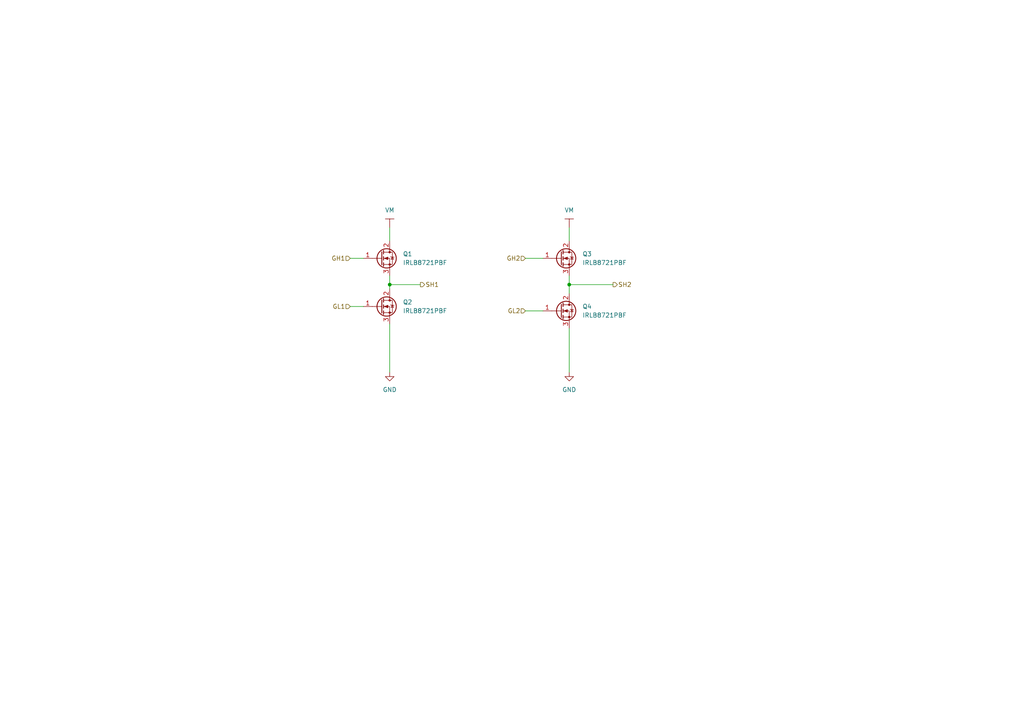
<source format=kicad_sch>
(kicad_sch (version 20230121) (generator eeschema)
  (paper "A4")
  (lib_symbols
    (symbol "ESC:VM" (power) (in_bom no) (on_board no)
      (property "Value" "VM" (at 0 3.81 0))
      (symbol "VM_0_1"
        (polyline (pts (xy 0 2.54) (xy -1.27 2.54)))
        (polyline (pts (xy 0 2.54) (xy 1.27 2.54)))
      )
      (symbol "VM_1_1"
        (pin power_out line (at 0 0 90) (length 2.54) (name "") (number ""))
      )
    )
    (symbol "Transistor_FET:IRLB8721PBF" (pin_names hide)
      (property "Reference" "Q" (at 6.35 1.905 0))
      (property "Value" "IRLB8721PBF" (at 6.35 0 0))
      (symbol "IRLB8721PBF_0_1"
        (polyline (pts (xy 0.254 0) (xy -2.54 0)))
        (polyline (pts (xy 0.254 1.905) (xy 0.254 -1.905)) (stroke (width 0.254)))
        (polyline (pts (xy 0.762 -1.27) (xy 0.762 -2.286)) (stroke (width 0.254)))
        (polyline (pts (xy 0.762 0.508) (xy 0.762 -0.508)) (stroke (width 0.254)))
        (polyline (pts (xy 0.762 2.286) (xy 0.762 1.27)) (stroke (width 0.254)))
        (polyline (pts (xy 2.54 2.54) (xy 2.54 1.778)))
        (polyline (pts (xy 2.54 -2.54) (xy 2.54 0) (xy 0.762 0)))
        (polyline (pts (xy 0.762 -1.778) (xy 3.302 -1.778) (xy 3.302 1.778) (xy 0.762 1.778)))
        (polyline (pts (xy 1.016 0) (xy 2.032 0.381) (xy 2.032 -0.381) (xy 1.016 0)) (fill (type outline)))
        (polyline (pts (xy 2.794 0.508) (xy 2.921 0.381) (xy 3.683 0.381) (xy 3.81 0.254)))
        (polyline (pts (xy 3.302 0.381) (xy 2.921 -0.254) (xy 3.683 -0.254) (xy 3.302 0.381)))
        (circle (center 1.651 0) (radius 2.794) (stroke (width 0.254)))
        (circle (center 2.54 -1.778) (radius 0.254) (fill (type outline)))
        (circle (center 2.54 1.778) (radius 0.254) (fill (type outline)))
      )
      (symbol "IRLB8721PBF_1_1"
        (pin input line (at -5.08 0 0) (length 2.54) (name "G") (number "1"))
        (pin passive line (at 2.54 5.08 270) (length 2.54) (name "D") (number "2"))
        (pin passive line (at 2.54 -5.08 90) (length 2.54) (name "S") (number "3"))
      )
    )
    (symbol "power:GND" (power) (pin_names (offset 0))
      (property "Value" "GND" (at 0 -3.81 0))
      (symbol "GND_0_1"
        (polyline (pts (xy 0 0) (xy 0 -1.27) (xy 1.27 -1.27) (xy 0 -2.54) (xy -1.27 -1.27) (xy 0 -1.27)))
      )
      (symbol "GND_1_1"
        (pin power_in line (at 0 0 270) (length 0) hide (name "GND") (number "1"))
      )
    )
  )
  (junction (at 165.1 82.55))
  (junction (at 113.03 82.55))
  (wire (pts (xy 101.6 88.9) (xy 105.41 88.9)))
  (wire (pts (xy 165.1 82.55) (xy 177.8 82.55)))
  (wire (pts (xy 152.4 74.93) (xy 157.48 74.93)))
  (wire (pts (xy 113.03 93.98) (xy 113.03 107.95)))
  (wire (pts (xy 113.03 66.04) (xy 113.03 69.85)))
  (wire (pts (xy 101.6 74.93) (xy 105.41 74.93)))
  (wire (pts (xy 152.4 90.17) (xy 157.48 90.17)))
  (wire (pts (xy 113.03 82.55) (xy 121.92 82.55)))
  (wire (pts (xy 165.1 66.04) (xy 165.1 69.85)))
  (wire (pts (xy 165.1 82.55) (xy 165.1 85.09)))
  (wire (pts (xy 165.1 95.25) (xy 165.1 107.95)))
  (wire (pts (xy 165.1 80.01) (xy 165.1 82.55)))
  (wire (pts (xy 113.03 82.55) (xy 113.03 83.82)))
  (wire (pts (xy 113.03 80.01) (xy 113.03 82.55)))
  (hierarchical_label "GL2" (shape input) (at 152.4 90.17 180))
  (hierarchical_label "SH1" (shape output) (at 121.92 82.55 0))
  (hierarchical_label "GH2" (shape input) (at 152.4 74.93 180))
  (hierarchical_label "SH2" (shape output) (at 177.8 82.55 0))
  (hierarchical_label "GH1" (shape input) (at 101.6 74.93 180))
  (hierarchical_label "GL1" (shape input) (at 101.6 88.9 180))
  (symbol (lib_id "ESC:VM") (at 113.03 66.04 0) (unit 1) (in_bom no) (on_board no)
    (property "Reference" "#PWR02" (effects hide))
    (property "Value" "VM" (at 113.03 60.96 0))
    (instances (project "go-kart-esc" (path "" (reference "#PWR02") (unit 1)) (path "" (reference "#PWR03") (unit 1))))
  )
  (symbol (lib_id "ESC:VM") (at 165.1 66.04 0) (unit 1) (in_bom no) (on_board no)
    (property "Reference" "#PWR02" (effects hide))
    (property "Value" "VM" (at 165.1 60.96 0))
    (instances (project "go-kart-esc" (path "" (reference "#PWR02") (unit 1)) (path "" (reference "#PWR04") (unit 1))))
  )
  (symbol (lib_id "Transistor_FET:IRLB8721PBF") (at 162.56 90.17 0) (unit 1)
    (property "Reference" "Q4" (at 168.91 88.9 0) (effects (justify left)))
    (property "Value" "IRLB8721PBF" (at 168.91 91.44 0) (effects (justify left)))
    (property "Footprint" "Package_TO_SOT_THT:TO-220-3_Vertical" (effects hide))
    (property "Datasheet" "http://www.infineon.com/dgdl/irlb8721pbf.pdf?fileId=5546d462533600a40153566056732591" (effects hide))
  )
  (symbol (lib_id "power:GND") (at 165.1 107.95 0) (unit 1)
    (property "Reference" "#PWR01" (effects hide))
    (property "Value" "GND" (at 165.1 113.03 0))
    (instances (project "go-kart-esc" (path "" (reference "#PWR01") (unit 1)) (path "" (reference "#PWR06") (unit 1))))
  )
  (symbol (lib_id "Transistor_FET:IRLB8721PBF") (at 110.49 88.9 0) (unit 1)
    (property "Reference" "Q2" (at 116.84 87.63 0) (effects (justify left)))
    (property "Value" "IRLB8721PBF" (at 116.84 90.17 0) (effects (justify left)))
    (property "Footprint" "Package_TO_SOT_THT:TO-220-3_Vertical" (effects hide))
    (property "Datasheet" "http://www.infineon.com/dgdl/irlb8721pbf.pdf?fileId=5546d462533600a40153566056732591" (effects hide))
  )
  (symbol (lib_id "Transistor_FET:IRLB8721PBF") (at 110.49 74.93 0) (unit 1)
    (property "Reference" "Q1" (at 116.84 73.66 0) (effects (justify left)))
    (property "Value" "IRLB8721PBF" (at 116.84 76.2 0) (effects (justify left)))
    (property "Footprint" "Package_TO_SOT_THT:TO-220-3_Vertical" (effects hide))
    (property "Datasheet" "http://www.infineon.com/dgdl/irlb8721pbf.pdf?fileId=5546d462533600a40153566056732591" (effects hide))
  )
  (symbol (lib_id "power:GND") (at 113.03 107.95 0) (unit 1)
    (property "Reference" "#PWR01" (effects hide))
    (property "Value" "GND" (at 113.03 113.03 0))
    (instances (project "go-kart-esc" (path "" (reference "#PWR01") (unit 1)) (path "" (reference "#PWR05") (unit 1))))
  )
  (symbol (lib_id "Transistor_FET:IRLB8721PBF") (at 162.56 74.93 0) (unit 1)
    (property "Reference" "Q3" (at 168.91 73.66 0) (effects (justify left)))
    (property "Value" "IRLB8721PBF" (at 168.91 76.2 0) (effects (justify left)))
    (property "Footprint" "Package_TO_SOT_THT:TO-220-3_Vertical" (effects hide))
    (property "Datasheet" "http://www.infineon.com/dgdl/irlb8721pbf.pdf?fileId=5546d462533600a40153566056732591" (effects hide))
  )
)
</source>
